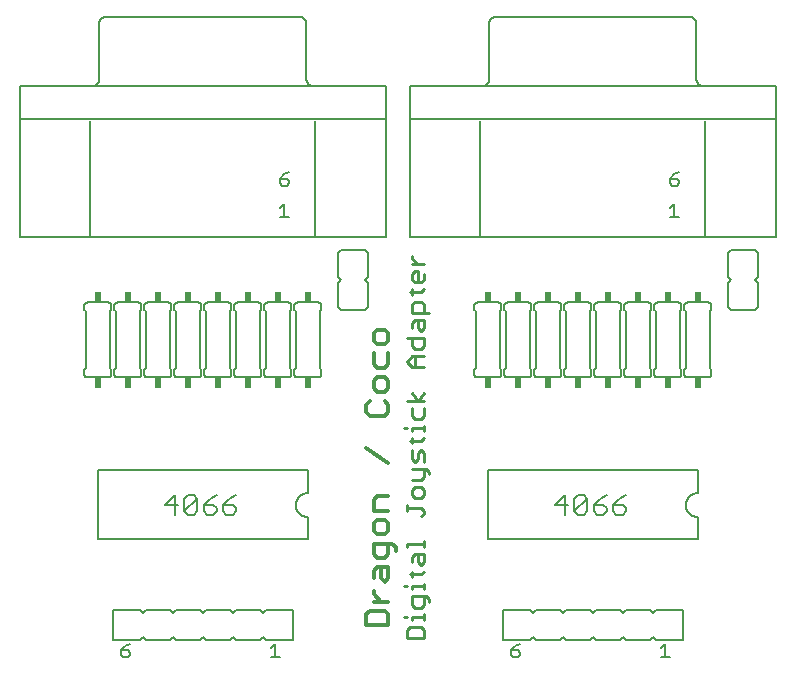
<source format=gto>
G75*
%MOIN*%
%OFA0B0*%
%FSLAX25Y25*%
%IPPOS*%
%LPD*%
%AMOC8*
5,1,8,0,0,1.08239X$1,22.5*
%
%ADD10C,0.01300*%
%ADD11C,0.01000*%
%ADD12C,0.00600*%
%ADD13R,0.02400X0.03400*%
%ADD14C,0.00500*%
D10*
X0121344Y0016638D02*
X0121344Y0020291D01*
X0122561Y0021509D01*
X0127432Y0021509D01*
X0128650Y0020291D01*
X0128650Y0016638D01*
X0121344Y0016638D01*
X0123779Y0024557D02*
X0128650Y0024557D01*
X0126215Y0024557D02*
X0123779Y0026992D01*
X0123779Y0028210D01*
X0123779Y0032373D02*
X0123779Y0034809D01*
X0124997Y0036026D01*
X0128650Y0036026D01*
X0128650Y0032373D01*
X0127432Y0031156D01*
X0126215Y0032373D01*
X0126215Y0036026D01*
X0127432Y0039074D02*
X0124997Y0039074D01*
X0123779Y0040292D01*
X0123779Y0043945D01*
X0129868Y0043945D01*
X0131085Y0042728D01*
X0131085Y0041510D01*
X0128650Y0040292D02*
X0127432Y0039074D01*
X0128650Y0040292D02*
X0128650Y0043945D01*
X0127432Y0046993D02*
X0124997Y0046993D01*
X0123779Y0048211D01*
X0123779Y0050646D01*
X0124997Y0051864D01*
X0127432Y0051864D01*
X0128650Y0050646D01*
X0128650Y0048211D01*
X0127432Y0046993D01*
X0128650Y0054912D02*
X0123779Y0054912D01*
X0123779Y0058565D01*
X0124997Y0059783D01*
X0128650Y0059783D01*
X0128650Y0070749D02*
X0121344Y0075620D01*
X0122561Y0086587D02*
X0127432Y0086587D01*
X0128650Y0087805D01*
X0128650Y0090240D01*
X0127432Y0091458D01*
X0127432Y0094506D02*
X0124997Y0094506D01*
X0123779Y0095723D01*
X0123779Y0098159D01*
X0124997Y0099377D01*
X0127432Y0099377D01*
X0128650Y0098159D01*
X0128650Y0095723D01*
X0127432Y0094506D01*
X0122561Y0091458D02*
X0121344Y0090240D01*
X0121344Y0087805D01*
X0122561Y0086587D01*
X0124997Y0102424D02*
X0123779Y0103642D01*
X0123779Y0107295D01*
X0124997Y0110343D02*
X0127432Y0110343D01*
X0128650Y0111561D01*
X0128650Y0113996D01*
X0127432Y0115214D01*
X0124997Y0115214D01*
X0123779Y0113996D01*
X0123779Y0111561D01*
X0124997Y0110343D01*
X0128650Y0107295D02*
X0128650Y0103642D01*
X0127432Y0102424D01*
X0124997Y0102424D01*
D11*
X0134795Y0104490D02*
X0136663Y0102622D01*
X0140400Y0102622D01*
X0137598Y0102622D02*
X0137598Y0106358D01*
X0136663Y0106358D02*
X0134795Y0104490D01*
X0136663Y0106358D02*
X0140400Y0106358D01*
X0139466Y0108699D02*
X0137598Y0108699D01*
X0136663Y0109633D01*
X0136663Y0112435D01*
X0134795Y0112435D02*
X0140400Y0112435D01*
X0140400Y0109633D01*
X0139466Y0108699D01*
X0139466Y0114776D02*
X0138532Y0115710D01*
X0138532Y0118512D01*
X0137598Y0118512D02*
X0140400Y0118512D01*
X0140400Y0115710D01*
X0139466Y0114776D01*
X0136663Y0115710D02*
X0136663Y0117578D01*
X0137598Y0118512D01*
X0136663Y0120853D02*
X0136663Y0123655D01*
X0137598Y0124590D01*
X0139466Y0124590D01*
X0140400Y0123655D01*
X0140400Y0120853D01*
X0142268Y0120853D02*
X0136663Y0120853D01*
X0136663Y0126930D02*
X0136663Y0128799D01*
X0135729Y0127864D02*
X0139466Y0127864D01*
X0140400Y0128799D01*
X0139466Y0130982D02*
X0137598Y0130982D01*
X0136663Y0131916D01*
X0136663Y0133784D01*
X0137598Y0134718D01*
X0138532Y0134718D01*
X0138532Y0130982D01*
X0139466Y0130982D02*
X0140400Y0131916D01*
X0140400Y0133784D01*
X0140400Y0137059D02*
X0136663Y0137059D01*
X0136663Y0138927D02*
X0136663Y0139861D01*
X0136663Y0138927D02*
X0138532Y0137059D01*
X0140400Y0094282D02*
X0138532Y0091480D01*
X0136663Y0094282D01*
X0134795Y0091480D02*
X0140400Y0091480D01*
X0140400Y0089139D02*
X0140400Y0086337D01*
X0139466Y0085403D01*
X0137598Y0085403D01*
X0136663Y0086337D01*
X0136663Y0089139D01*
X0136663Y0082286D02*
X0140400Y0082286D01*
X0140400Y0083220D02*
X0140400Y0081351D01*
X0140400Y0079168D02*
X0139466Y0078234D01*
X0135729Y0078234D01*
X0136663Y0077300D02*
X0136663Y0079168D01*
X0136663Y0081351D02*
X0136663Y0082286D01*
X0134795Y0082286D02*
X0133861Y0082286D01*
X0136663Y0074959D02*
X0136663Y0072157D01*
X0137598Y0071223D01*
X0138532Y0072157D01*
X0138532Y0074025D01*
X0139466Y0074959D01*
X0140400Y0074025D01*
X0140400Y0071223D01*
X0140400Y0068882D02*
X0140400Y0066080D01*
X0139466Y0065146D01*
X0136663Y0065146D01*
X0137598Y0062805D02*
X0136663Y0061871D01*
X0136663Y0060002D01*
X0137598Y0059068D01*
X0139466Y0059068D01*
X0140400Y0060002D01*
X0140400Y0061871D01*
X0139466Y0062805D01*
X0137598Y0062805D01*
X0142268Y0067014D02*
X0142268Y0067948D01*
X0141334Y0068882D01*
X0136663Y0068882D01*
X0134795Y0056728D02*
X0134795Y0054859D01*
X0134795Y0055794D02*
X0139466Y0055794D01*
X0140400Y0054859D01*
X0140400Y0053925D01*
X0139466Y0052991D01*
X0140400Y0044731D02*
X0140400Y0042863D01*
X0140400Y0043797D02*
X0134795Y0043797D01*
X0134795Y0042863D01*
X0137598Y0040522D02*
X0140400Y0040522D01*
X0140400Y0037719D01*
X0139466Y0036785D01*
X0138532Y0037719D01*
X0138532Y0040522D01*
X0137598Y0040522D02*
X0136663Y0039588D01*
X0136663Y0037719D01*
X0136663Y0034602D02*
X0136663Y0032734D01*
X0135729Y0033668D02*
X0139466Y0033668D01*
X0140400Y0034602D01*
X0140400Y0030551D02*
X0140400Y0028682D01*
X0140400Y0029617D02*
X0136663Y0029617D01*
X0136663Y0028682D01*
X0134795Y0029617D02*
X0133861Y0029617D01*
X0136663Y0026342D02*
X0136663Y0023539D01*
X0137598Y0022605D01*
X0139466Y0022605D01*
X0140400Y0023539D01*
X0140400Y0026342D01*
X0141334Y0026342D02*
X0136663Y0026342D01*
X0141334Y0026342D02*
X0142268Y0025408D01*
X0142268Y0024473D01*
X0140400Y0020422D02*
X0140400Y0018554D01*
X0140400Y0019488D02*
X0136663Y0019488D01*
X0136663Y0018554D01*
X0134795Y0019488D02*
X0133861Y0019488D01*
X0135729Y0016213D02*
X0134795Y0015279D01*
X0134795Y0012477D01*
X0140400Y0012477D01*
X0140400Y0015279D01*
X0139466Y0016213D01*
X0135729Y0016213D01*
D12*
X0045800Y0011800D02*
X0036800Y0011800D01*
X0036800Y0021800D01*
X0045800Y0021800D01*
X0046800Y0020800D01*
X0047800Y0021800D01*
X0055800Y0021800D01*
X0056800Y0020800D01*
X0057800Y0021800D01*
X0065800Y0021800D01*
X0066800Y0020800D01*
X0067800Y0021800D01*
X0075800Y0021800D01*
X0076800Y0020800D01*
X0077800Y0021800D01*
X0085800Y0021800D01*
X0086800Y0020800D01*
X0087800Y0021800D01*
X0096800Y0021800D01*
X0096800Y0011800D01*
X0087800Y0011800D01*
X0086800Y0012800D01*
X0085800Y0011800D01*
X0077800Y0011800D01*
X0076800Y0012800D01*
X0075800Y0011800D01*
X0067800Y0011800D01*
X0066800Y0012800D01*
X0065800Y0011800D01*
X0057800Y0011800D01*
X0056800Y0012800D01*
X0055800Y0011800D01*
X0047800Y0011800D01*
X0046800Y0012800D01*
X0045800Y0011800D01*
X0031800Y0045300D02*
X0031800Y0068300D01*
X0101800Y0068300D01*
X0101800Y0060800D01*
X0101674Y0060798D01*
X0101549Y0060792D01*
X0101424Y0060782D01*
X0101299Y0060768D01*
X0101174Y0060751D01*
X0101050Y0060729D01*
X0100927Y0060704D01*
X0100805Y0060674D01*
X0100684Y0060641D01*
X0100564Y0060604D01*
X0100445Y0060564D01*
X0100328Y0060519D01*
X0100211Y0060471D01*
X0100097Y0060419D01*
X0099984Y0060364D01*
X0099873Y0060305D01*
X0099764Y0060243D01*
X0099657Y0060177D01*
X0099552Y0060108D01*
X0099449Y0060036D01*
X0099348Y0059961D01*
X0099250Y0059882D01*
X0099155Y0059800D01*
X0099062Y0059716D01*
X0098972Y0059628D01*
X0098884Y0059538D01*
X0098800Y0059445D01*
X0098718Y0059350D01*
X0098639Y0059252D01*
X0098564Y0059151D01*
X0098492Y0059048D01*
X0098423Y0058943D01*
X0098357Y0058836D01*
X0098295Y0058727D01*
X0098236Y0058616D01*
X0098181Y0058503D01*
X0098129Y0058389D01*
X0098081Y0058272D01*
X0098036Y0058155D01*
X0097996Y0058036D01*
X0097959Y0057916D01*
X0097926Y0057795D01*
X0097896Y0057673D01*
X0097871Y0057550D01*
X0097849Y0057426D01*
X0097832Y0057301D01*
X0097818Y0057176D01*
X0097808Y0057051D01*
X0097802Y0056926D01*
X0097800Y0056800D01*
X0097802Y0056674D01*
X0097808Y0056549D01*
X0097818Y0056424D01*
X0097832Y0056299D01*
X0097849Y0056174D01*
X0097871Y0056050D01*
X0097896Y0055927D01*
X0097926Y0055805D01*
X0097959Y0055684D01*
X0097996Y0055564D01*
X0098036Y0055445D01*
X0098081Y0055328D01*
X0098129Y0055211D01*
X0098181Y0055097D01*
X0098236Y0054984D01*
X0098295Y0054873D01*
X0098357Y0054764D01*
X0098423Y0054657D01*
X0098492Y0054552D01*
X0098564Y0054449D01*
X0098639Y0054348D01*
X0098718Y0054250D01*
X0098800Y0054155D01*
X0098884Y0054062D01*
X0098972Y0053972D01*
X0099062Y0053884D01*
X0099155Y0053800D01*
X0099250Y0053718D01*
X0099348Y0053639D01*
X0099449Y0053564D01*
X0099552Y0053492D01*
X0099657Y0053423D01*
X0099764Y0053357D01*
X0099873Y0053295D01*
X0099984Y0053236D01*
X0100097Y0053181D01*
X0100211Y0053129D01*
X0100328Y0053081D01*
X0100445Y0053036D01*
X0100564Y0052996D01*
X0100684Y0052959D01*
X0100805Y0052926D01*
X0100927Y0052896D01*
X0101050Y0052871D01*
X0101174Y0052849D01*
X0101299Y0052832D01*
X0101424Y0052818D01*
X0101549Y0052808D01*
X0101674Y0052802D01*
X0101800Y0052800D01*
X0101800Y0045300D01*
X0031800Y0045300D01*
X0054209Y0056803D02*
X0058479Y0056803D01*
X0060654Y0054668D02*
X0060654Y0058938D01*
X0061722Y0060005D01*
X0063857Y0060005D01*
X0064925Y0058938D01*
X0060654Y0054668D01*
X0061722Y0053600D01*
X0063857Y0053600D01*
X0064925Y0054668D01*
X0064925Y0058938D01*
X0067100Y0056803D02*
X0070303Y0056803D01*
X0071370Y0055735D01*
X0071370Y0054668D01*
X0070303Y0053600D01*
X0068168Y0053600D01*
X0067100Y0054668D01*
X0067100Y0056803D01*
X0069235Y0058938D01*
X0071370Y0060005D01*
X0073545Y0056803D02*
X0075681Y0058938D01*
X0077816Y0060005D01*
X0076748Y0056803D02*
X0073545Y0056803D01*
X0073545Y0054668D01*
X0074613Y0053600D01*
X0076748Y0053600D01*
X0077816Y0054668D01*
X0077816Y0055735D01*
X0076748Y0056803D01*
X0057412Y0053600D02*
X0057412Y0060005D01*
X0054209Y0056803D01*
X0055300Y0099300D02*
X0048300Y0099300D01*
X0048240Y0099302D01*
X0048179Y0099307D01*
X0048120Y0099316D01*
X0048061Y0099329D01*
X0048002Y0099345D01*
X0047945Y0099365D01*
X0047890Y0099388D01*
X0047835Y0099415D01*
X0047783Y0099444D01*
X0047732Y0099477D01*
X0047683Y0099513D01*
X0047637Y0099551D01*
X0047593Y0099593D01*
X0047551Y0099637D01*
X0047513Y0099683D01*
X0047477Y0099732D01*
X0047444Y0099783D01*
X0047415Y0099835D01*
X0047388Y0099890D01*
X0047365Y0099945D01*
X0047345Y0100002D01*
X0047329Y0100061D01*
X0047316Y0100120D01*
X0047307Y0100179D01*
X0047302Y0100240D01*
X0047300Y0100300D01*
X0047300Y0101800D01*
X0047800Y0102300D01*
X0047800Y0121300D01*
X0047300Y0121800D01*
X0047300Y0123300D01*
X0046300Y0123300D02*
X0046300Y0121800D01*
X0045800Y0121300D01*
X0045800Y0102300D01*
X0046300Y0101800D01*
X0046300Y0100300D01*
X0046298Y0100240D01*
X0046293Y0100179D01*
X0046284Y0100120D01*
X0046271Y0100061D01*
X0046255Y0100002D01*
X0046235Y0099945D01*
X0046212Y0099890D01*
X0046185Y0099835D01*
X0046156Y0099783D01*
X0046123Y0099732D01*
X0046087Y0099683D01*
X0046049Y0099637D01*
X0046007Y0099593D01*
X0045963Y0099551D01*
X0045917Y0099513D01*
X0045868Y0099477D01*
X0045817Y0099444D01*
X0045765Y0099415D01*
X0045710Y0099388D01*
X0045655Y0099365D01*
X0045598Y0099345D01*
X0045539Y0099329D01*
X0045480Y0099316D01*
X0045421Y0099307D01*
X0045360Y0099302D01*
X0045300Y0099300D01*
X0038300Y0099300D01*
X0038240Y0099302D01*
X0038179Y0099307D01*
X0038120Y0099316D01*
X0038061Y0099329D01*
X0038002Y0099345D01*
X0037945Y0099365D01*
X0037890Y0099388D01*
X0037835Y0099415D01*
X0037783Y0099444D01*
X0037732Y0099477D01*
X0037683Y0099513D01*
X0037637Y0099551D01*
X0037593Y0099593D01*
X0037551Y0099637D01*
X0037513Y0099683D01*
X0037477Y0099732D01*
X0037444Y0099783D01*
X0037415Y0099835D01*
X0037388Y0099890D01*
X0037365Y0099945D01*
X0037345Y0100002D01*
X0037329Y0100061D01*
X0037316Y0100120D01*
X0037307Y0100179D01*
X0037302Y0100240D01*
X0037300Y0100300D01*
X0037300Y0101800D01*
X0037800Y0102300D01*
X0037800Y0121300D01*
X0037300Y0121800D01*
X0037300Y0123300D01*
X0037302Y0123360D01*
X0037307Y0123421D01*
X0037316Y0123480D01*
X0037329Y0123539D01*
X0037345Y0123598D01*
X0037365Y0123655D01*
X0037388Y0123710D01*
X0037415Y0123765D01*
X0037444Y0123817D01*
X0037477Y0123868D01*
X0037513Y0123917D01*
X0037551Y0123963D01*
X0037593Y0124007D01*
X0037637Y0124049D01*
X0037683Y0124087D01*
X0037732Y0124123D01*
X0037783Y0124156D01*
X0037835Y0124185D01*
X0037890Y0124212D01*
X0037945Y0124235D01*
X0038002Y0124255D01*
X0038061Y0124271D01*
X0038120Y0124284D01*
X0038179Y0124293D01*
X0038240Y0124298D01*
X0038300Y0124300D01*
X0045300Y0124300D01*
X0045360Y0124298D01*
X0045421Y0124293D01*
X0045480Y0124284D01*
X0045539Y0124271D01*
X0045598Y0124255D01*
X0045655Y0124235D01*
X0045710Y0124212D01*
X0045765Y0124185D01*
X0045817Y0124156D01*
X0045868Y0124123D01*
X0045917Y0124087D01*
X0045963Y0124049D01*
X0046007Y0124007D01*
X0046049Y0123963D01*
X0046087Y0123917D01*
X0046123Y0123868D01*
X0046156Y0123817D01*
X0046185Y0123765D01*
X0046212Y0123710D01*
X0046235Y0123655D01*
X0046255Y0123598D01*
X0046271Y0123539D01*
X0046284Y0123480D01*
X0046293Y0123421D01*
X0046298Y0123360D01*
X0046300Y0123300D01*
X0047300Y0123300D02*
X0047302Y0123360D01*
X0047307Y0123421D01*
X0047316Y0123480D01*
X0047329Y0123539D01*
X0047345Y0123598D01*
X0047365Y0123655D01*
X0047388Y0123710D01*
X0047415Y0123765D01*
X0047444Y0123817D01*
X0047477Y0123868D01*
X0047513Y0123917D01*
X0047551Y0123963D01*
X0047593Y0124007D01*
X0047637Y0124049D01*
X0047683Y0124087D01*
X0047732Y0124123D01*
X0047783Y0124156D01*
X0047835Y0124185D01*
X0047890Y0124212D01*
X0047945Y0124235D01*
X0048002Y0124255D01*
X0048061Y0124271D01*
X0048120Y0124284D01*
X0048179Y0124293D01*
X0048240Y0124298D01*
X0048300Y0124300D01*
X0055300Y0124300D01*
X0055360Y0124298D01*
X0055421Y0124293D01*
X0055480Y0124284D01*
X0055539Y0124271D01*
X0055598Y0124255D01*
X0055655Y0124235D01*
X0055710Y0124212D01*
X0055765Y0124185D01*
X0055817Y0124156D01*
X0055868Y0124123D01*
X0055917Y0124087D01*
X0055963Y0124049D01*
X0056007Y0124007D01*
X0056049Y0123963D01*
X0056087Y0123917D01*
X0056123Y0123868D01*
X0056156Y0123817D01*
X0056185Y0123765D01*
X0056212Y0123710D01*
X0056235Y0123655D01*
X0056255Y0123598D01*
X0056271Y0123539D01*
X0056284Y0123480D01*
X0056293Y0123421D01*
X0056298Y0123360D01*
X0056300Y0123300D01*
X0056300Y0121800D01*
X0055800Y0121300D01*
X0055800Y0102300D01*
X0056300Y0101800D01*
X0056300Y0100300D01*
X0057300Y0100300D02*
X0057300Y0101800D01*
X0057800Y0102300D01*
X0057800Y0121300D01*
X0057300Y0121800D01*
X0057300Y0123300D01*
X0057302Y0123360D01*
X0057307Y0123421D01*
X0057316Y0123480D01*
X0057329Y0123539D01*
X0057345Y0123598D01*
X0057365Y0123655D01*
X0057388Y0123710D01*
X0057415Y0123765D01*
X0057444Y0123817D01*
X0057477Y0123868D01*
X0057513Y0123917D01*
X0057551Y0123963D01*
X0057593Y0124007D01*
X0057637Y0124049D01*
X0057683Y0124087D01*
X0057732Y0124123D01*
X0057783Y0124156D01*
X0057835Y0124185D01*
X0057890Y0124212D01*
X0057945Y0124235D01*
X0058002Y0124255D01*
X0058061Y0124271D01*
X0058120Y0124284D01*
X0058179Y0124293D01*
X0058240Y0124298D01*
X0058300Y0124300D01*
X0065300Y0124300D01*
X0065360Y0124298D01*
X0065421Y0124293D01*
X0065480Y0124284D01*
X0065539Y0124271D01*
X0065598Y0124255D01*
X0065655Y0124235D01*
X0065710Y0124212D01*
X0065765Y0124185D01*
X0065817Y0124156D01*
X0065868Y0124123D01*
X0065917Y0124087D01*
X0065963Y0124049D01*
X0066007Y0124007D01*
X0066049Y0123963D01*
X0066087Y0123917D01*
X0066123Y0123868D01*
X0066156Y0123817D01*
X0066185Y0123765D01*
X0066212Y0123710D01*
X0066235Y0123655D01*
X0066255Y0123598D01*
X0066271Y0123539D01*
X0066284Y0123480D01*
X0066293Y0123421D01*
X0066298Y0123360D01*
X0066300Y0123300D01*
X0066300Y0121800D01*
X0065800Y0121300D01*
X0065800Y0102300D01*
X0066300Y0101800D01*
X0066300Y0100300D01*
X0067300Y0100300D02*
X0067300Y0101800D01*
X0067800Y0102300D01*
X0067800Y0121300D01*
X0067300Y0121800D01*
X0067300Y0123300D01*
X0067302Y0123360D01*
X0067307Y0123421D01*
X0067316Y0123480D01*
X0067329Y0123539D01*
X0067345Y0123598D01*
X0067365Y0123655D01*
X0067388Y0123710D01*
X0067415Y0123765D01*
X0067444Y0123817D01*
X0067477Y0123868D01*
X0067513Y0123917D01*
X0067551Y0123963D01*
X0067593Y0124007D01*
X0067637Y0124049D01*
X0067683Y0124087D01*
X0067732Y0124123D01*
X0067783Y0124156D01*
X0067835Y0124185D01*
X0067890Y0124212D01*
X0067945Y0124235D01*
X0068002Y0124255D01*
X0068061Y0124271D01*
X0068120Y0124284D01*
X0068179Y0124293D01*
X0068240Y0124298D01*
X0068300Y0124300D01*
X0075300Y0124300D01*
X0075360Y0124298D01*
X0075421Y0124293D01*
X0075480Y0124284D01*
X0075539Y0124271D01*
X0075598Y0124255D01*
X0075655Y0124235D01*
X0075710Y0124212D01*
X0075765Y0124185D01*
X0075817Y0124156D01*
X0075868Y0124123D01*
X0075917Y0124087D01*
X0075963Y0124049D01*
X0076007Y0124007D01*
X0076049Y0123963D01*
X0076087Y0123917D01*
X0076123Y0123868D01*
X0076156Y0123817D01*
X0076185Y0123765D01*
X0076212Y0123710D01*
X0076235Y0123655D01*
X0076255Y0123598D01*
X0076271Y0123539D01*
X0076284Y0123480D01*
X0076293Y0123421D01*
X0076298Y0123360D01*
X0076300Y0123300D01*
X0076300Y0121800D01*
X0075800Y0121300D01*
X0075800Y0102300D01*
X0076300Y0101800D01*
X0076300Y0100300D01*
X0076298Y0100240D01*
X0076293Y0100179D01*
X0076284Y0100120D01*
X0076271Y0100061D01*
X0076255Y0100002D01*
X0076235Y0099945D01*
X0076212Y0099890D01*
X0076185Y0099835D01*
X0076156Y0099783D01*
X0076123Y0099732D01*
X0076087Y0099683D01*
X0076049Y0099637D01*
X0076007Y0099593D01*
X0075963Y0099551D01*
X0075917Y0099513D01*
X0075868Y0099477D01*
X0075817Y0099444D01*
X0075765Y0099415D01*
X0075710Y0099388D01*
X0075655Y0099365D01*
X0075598Y0099345D01*
X0075539Y0099329D01*
X0075480Y0099316D01*
X0075421Y0099307D01*
X0075360Y0099302D01*
X0075300Y0099300D01*
X0068300Y0099300D01*
X0068240Y0099302D01*
X0068179Y0099307D01*
X0068120Y0099316D01*
X0068061Y0099329D01*
X0068002Y0099345D01*
X0067945Y0099365D01*
X0067890Y0099388D01*
X0067835Y0099415D01*
X0067783Y0099444D01*
X0067732Y0099477D01*
X0067683Y0099513D01*
X0067637Y0099551D01*
X0067593Y0099593D01*
X0067551Y0099637D01*
X0067513Y0099683D01*
X0067477Y0099732D01*
X0067444Y0099783D01*
X0067415Y0099835D01*
X0067388Y0099890D01*
X0067365Y0099945D01*
X0067345Y0100002D01*
X0067329Y0100061D01*
X0067316Y0100120D01*
X0067307Y0100179D01*
X0067302Y0100240D01*
X0067300Y0100300D01*
X0066300Y0100300D02*
X0066298Y0100240D01*
X0066293Y0100179D01*
X0066284Y0100120D01*
X0066271Y0100061D01*
X0066255Y0100002D01*
X0066235Y0099945D01*
X0066212Y0099890D01*
X0066185Y0099835D01*
X0066156Y0099783D01*
X0066123Y0099732D01*
X0066087Y0099683D01*
X0066049Y0099637D01*
X0066007Y0099593D01*
X0065963Y0099551D01*
X0065917Y0099513D01*
X0065868Y0099477D01*
X0065817Y0099444D01*
X0065765Y0099415D01*
X0065710Y0099388D01*
X0065655Y0099365D01*
X0065598Y0099345D01*
X0065539Y0099329D01*
X0065480Y0099316D01*
X0065421Y0099307D01*
X0065360Y0099302D01*
X0065300Y0099300D01*
X0058300Y0099300D01*
X0058240Y0099302D01*
X0058179Y0099307D01*
X0058120Y0099316D01*
X0058061Y0099329D01*
X0058002Y0099345D01*
X0057945Y0099365D01*
X0057890Y0099388D01*
X0057835Y0099415D01*
X0057783Y0099444D01*
X0057732Y0099477D01*
X0057683Y0099513D01*
X0057637Y0099551D01*
X0057593Y0099593D01*
X0057551Y0099637D01*
X0057513Y0099683D01*
X0057477Y0099732D01*
X0057444Y0099783D01*
X0057415Y0099835D01*
X0057388Y0099890D01*
X0057365Y0099945D01*
X0057345Y0100002D01*
X0057329Y0100061D01*
X0057316Y0100120D01*
X0057307Y0100179D01*
X0057302Y0100240D01*
X0057300Y0100300D01*
X0056300Y0100300D02*
X0056298Y0100240D01*
X0056293Y0100179D01*
X0056284Y0100120D01*
X0056271Y0100061D01*
X0056255Y0100002D01*
X0056235Y0099945D01*
X0056212Y0099890D01*
X0056185Y0099835D01*
X0056156Y0099783D01*
X0056123Y0099732D01*
X0056087Y0099683D01*
X0056049Y0099637D01*
X0056007Y0099593D01*
X0055963Y0099551D01*
X0055917Y0099513D01*
X0055868Y0099477D01*
X0055817Y0099444D01*
X0055765Y0099415D01*
X0055710Y0099388D01*
X0055655Y0099365D01*
X0055598Y0099345D01*
X0055539Y0099329D01*
X0055480Y0099316D01*
X0055421Y0099307D01*
X0055360Y0099302D01*
X0055300Y0099300D01*
X0036300Y0100300D02*
X0036300Y0101800D01*
X0035800Y0102300D01*
X0035800Y0121300D01*
X0036300Y0121800D01*
X0036300Y0123300D01*
X0036298Y0123360D01*
X0036293Y0123421D01*
X0036284Y0123480D01*
X0036271Y0123539D01*
X0036255Y0123598D01*
X0036235Y0123655D01*
X0036212Y0123710D01*
X0036185Y0123765D01*
X0036156Y0123817D01*
X0036123Y0123868D01*
X0036087Y0123917D01*
X0036049Y0123963D01*
X0036007Y0124007D01*
X0035963Y0124049D01*
X0035917Y0124087D01*
X0035868Y0124123D01*
X0035817Y0124156D01*
X0035765Y0124185D01*
X0035710Y0124212D01*
X0035655Y0124235D01*
X0035598Y0124255D01*
X0035539Y0124271D01*
X0035480Y0124284D01*
X0035421Y0124293D01*
X0035360Y0124298D01*
X0035300Y0124300D01*
X0028300Y0124300D01*
X0028240Y0124298D01*
X0028179Y0124293D01*
X0028120Y0124284D01*
X0028061Y0124271D01*
X0028002Y0124255D01*
X0027945Y0124235D01*
X0027890Y0124212D01*
X0027835Y0124185D01*
X0027783Y0124156D01*
X0027732Y0124123D01*
X0027683Y0124087D01*
X0027637Y0124049D01*
X0027593Y0124007D01*
X0027551Y0123963D01*
X0027513Y0123917D01*
X0027477Y0123868D01*
X0027444Y0123817D01*
X0027415Y0123765D01*
X0027388Y0123710D01*
X0027365Y0123655D01*
X0027345Y0123598D01*
X0027329Y0123539D01*
X0027316Y0123480D01*
X0027307Y0123421D01*
X0027302Y0123360D01*
X0027300Y0123300D01*
X0027300Y0121800D01*
X0027800Y0121300D01*
X0027800Y0102300D01*
X0027300Y0101800D01*
X0027300Y0100300D01*
X0027302Y0100240D01*
X0027307Y0100179D01*
X0027316Y0100120D01*
X0027329Y0100061D01*
X0027345Y0100002D01*
X0027365Y0099945D01*
X0027388Y0099890D01*
X0027415Y0099835D01*
X0027444Y0099783D01*
X0027477Y0099732D01*
X0027513Y0099683D01*
X0027551Y0099637D01*
X0027593Y0099593D01*
X0027637Y0099551D01*
X0027683Y0099513D01*
X0027732Y0099477D01*
X0027783Y0099444D01*
X0027835Y0099415D01*
X0027890Y0099388D01*
X0027945Y0099365D01*
X0028002Y0099345D01*
X0028061Y0099329D01*
X0028120Y0099316D01*
X0028179Y0099307D01*
X0028240Y0099302D01*
X0028300Y0099300D01*
X0035300Y0099300D01*
X0035360Y0099302D01*
X0035421Y0099307D01*
X0035480Y0099316D01*
X0035539Y0099329D01*
X0035598Y0099345D01*
X0035655Y0099365D01*
X0035710Y0099388D01*
X0035765Y0099415D01*
X0035817Y0099444D01*
X0035868Y0099477D01*
X0035917Y0099513D01*
X0035963Y0099551D01*
X0036007Y0099593D01*
X0036049Y0099637D01*
X0036087Y0099683D01*
X0036123Y0099732D01*
X0036156Y0099783D01*
X0036185Y0099835D01*
X0036212Y0099890D01*
X0036235Y0099945D01*
X0036255Y0100002D01*
X0036271Y0100061D01*
X0036284Y0100120D01*
X0036293Y0100179D01*
X0036298Y0100240D01*
X0036300Y0100300D01*
X0077300Y0100300D02*
X0077300Y0101800D01*
X0077800Y0102300D01*
X0077800Y0121300D01*
X0077300Y0121800D01*
X0077300Y0123300D01*
X0077302Y0123360D01*
X0077307Y0123421D01*
X0077316Y0123480D01*
X0077329Y0123539D01*
X0077345Y0123598D01*
X0077365Y0123655D01*
X0077388Y0123710D01*
X0077415Y0123765D01*
X0077444Y0123817D01*
X0077477Y0123868D01*
X0077513Y0123917D01*
X0077551Y0123963D01*
X0077593Y0124007D01*
X0077637Y0124049D01*
X0077683Y0124087D01*
X0077732Y0124123D01*
X0077783Y0124156D01*
X0077835Y0124185D01*
X0077890Y0124212D01*
X0077945Y0124235D01*
X0078002Y0124255D01*
X0078061Y0124271D01*
X0078120Y0124284D01*
X0078179Y0124293D01*
X0078240Y0124298D01*
X0078300Y0124300D01*
X0085300Y0124300D01*
X0085360Y0124298D01*
X0085421Y0124293D01*
X0085480Y0124284D01*
X0085539Y0124271D01*
X0085598Y0124255D01*
X0085655Y0124235D01*
X0085710Y0124212D01*
X0085765Y0124185D01*
X0085817Y0124156D01*
X0085868Y0124123D01*
X0085917Y0124087D01*
X0085963Y0124049D01*
X0086007Y0124007D01*
X0086049Y0123963D01*
X0086087Y0123917D01*
X0086123Y0123868D01*
X0086156Y0123817D01*
X0086185Y0123765D01*
X0086212Y0123710D01*
X0086235Y0123655D01*
X0086255Y0123598D01*
X0086271Y0123539D01*
X0086284Y0123480D01*
X0086293Y0123421D01*
X0086298Y0123360D01*
X0086300Y0123300D01*
X0086300Y0121800D01*
X0085800Y0121300D01*
X0085800Y0102300D01*
X0086300Y0101800D01*
X0086300Y0100300D01*
X0086298Y0100240D01*
X0086293Y0100179D01*
X0086284Y0100120D01*
X0086271Y0100061D01*
X0086255Y0100002D01*
X0086235Y0099945D01*
X0086212Y0099890D01*
X0086185Y0099835D01*
X0086156Y0099783D01*
X0086123Y0099732D01*
X0086087Y0099683D01*
X0086049Y0099637D01*
X0086007Y0099593D01*
X0085963Y0099551D01*
X0085917Y0099513D01*
X0085868Y0099477D01*
X0085817Y0099444D01*
X0085765Y0099415D01*
X0085710Y0099388D01*
X0085655Y0099365D01*
X0085598Y0099345D01*
X0085539Y0099329D01*
X0085480Y0099316D01*
X0085421Y0099307D01*
X0085360Y0099302D01*
X0085300Y0099300D01*
X0078300Y0099300D01*
X0078240Y0099302D01*
X0078179Y0099307D01*
X0078120Y0099316D01*
X0078061Y0099329D01*
X0078002Y0099345D01*
X0077945Y0099365D01*
X0077890Y0099388D01*
X0077835Y0099415D01*
X0077783Y0099444D01*
X0077732Y0099477D01*
X0077683Y0099513D01*
X0077637Y0099551D01*
X0077593Y0099593D01*
X0077551Y0099637D01*
X0077513Y0099683D01*
X0077477Y0099732D01*
X0077444Y0099783D01*
X0077415Y0099835D01*
X0077388Y0099890D01*
X0077365Y0099945D01*
X0077345Y0100002D01*
X0077329Y0100061D01*
X0077316Y0100120D01*
X0077307Y0100179D01*
X0077302Y0100240D01*
X0077300Y0100300D01*
X0087300Y0100300D02*
X0087300Y0101800D01*
X0087800Y0102300D01*
X0087800Y0121300D01*
X0087300Y0121800D01*
X0087300Y0123300D01*
X0087302Y0123360D01*
X0087307Y0123421D01*
X0087316Y0123480D01*
X0087329Y0123539D01*
X0087345Y0123598D01*
X0087365Y0123655D01*
X0087388Y0123710D01*
X0087415Y0123765D01*
X0087444Y0123817D01*
X0087477Y0123868D01*
X0087513Y0123917D01*
X0087551Y0123963D01*
X0087593Y0124007D01*
X0087637Y0124049D01*
X0087683Y0124087D01*
X0087732Y0124123D01*
X0087783Y0124156D01*
X0087835Y0124185D01*
X0087890Y0124212D01*
X0087945Y0124235D01*
X0088002Y0124255D01*
X0088061Y0124271D01*
X0088120Y0124284D01*
X0088179Y0124293D01*
X0088240Y0124298D01*
X0088300Y0124300D01*
X0095300Y0124300D01*
X0095360Y0124298D01*
X0095421Y0124293D01*
X0095480Y0124284D01*
X0095539Y0124271D01*
X0095598Y0124255D01*
X0095655Y0124235D01*
X0095710Y0124212D01*
X0095765Y0124185D01*
X0095817Y0124156D01*
X0095868Y0124123D01*
X0095917Y0124087D01*
X0095963Y0124049D01*
X0096007Y0124007D01*
X0096049Y0123963D01*
X0096087Y0123917D01*
X0096123Y0123868D01*
X0096156Y0123817D01*
X0096185Y0123765D01*
X0096212Y0123710D01*
X0096235Y0123655D01*
X0096255Y0123598D01*
X0096271Y0123539D01*
X0096284Y0123480D01*
X0096293Y0123421D01*
X0096298Y0123360D01*
X0096300Y0123300D01*
X0096300Y0121800D01*
X0095800Y0121300D01*
X0095800Y0102300D01*
X0096300Y0101800D01*
X0096300Y0100300D01*
X0096298Y0100240D01*
X0096293Y0100179D01*
X0096284Y0100120D01*
X0096271Y0100061D01*
X0096255Y0100002D01*
X0096235Y0099945D01*
X0096212Y0099890D01*
X0096185Y0099835D01*
X0096156Y0099783D01*
X0096123Y0099732D01*
X0096087Y0099683D01*
X0096049Y0099637D01*
X0096007Y0099593D01*
X0095963Y0099551D01*
X0095917Y0099513D01*
X0095868Y0099477D01*
X0095817Y0099444D01*
X0095765Y0099415D01*
X0095710Y0099388D01*
X0095655Y0099365D01*
X0095598Y0099345D01*
X0095539Y0099329D01*
X0095480Y0099316D01*
X0095421Y0099307D01*
X0095360Y0099302D01*
X0095300Y0099300D01*
X0088300Y0099300D01*
X0088240Y0099302D01*
X0088179Y0099307D01*
X0088120Y0099316D01*
X0088061Y0099329D01*
X0088002Y0099345D01*
X0087945Y0099365D01*
X0087890Y0099388D01*
X0087835Y0099415D01*
X0087783Y0099444D01*
X0087732Y0099477D01*
X0087683Y0099513D01*
X0087637Y0099551D01*
X0087593Y0099593D01*
X0087551Y0099637D01*
X0087513Y0099683D01*
X0087477Y0099732D01*
X0087444Y0099783D01*
X0087415Y0099835D01*
X0087388Y0099890D01*
X0087365Y0099945D01*
X0087345Y0100002D01*
X0087329Y0100061D01*
X0087316Y0100120D01*
X0087307Y0100179D01*
X0087302Y0100240D01*
X0087300Y0100300D01*
X0097300Y0100300D02*
X0097300Y0101800D01*
X0097800Y0102300D01*
X0097800Y0121300D01*
X0097300Y0121800D01*
X0097300Y0123300D01*
X0097302Y0123360D01*
X0097307Y0123421D01*
X0097316Y0123480D01*
X0097329Y0123539D01*
X0097345Y0123598D01*
X0097365Y0123655D01*
X0097388Y0123710D01*
X0097415Y0123765D01*
X0097444Y0123817D01*
X0097477Y0123868D01*
X0097513Y0123917D01*
X0097551Y0123963D01*
X0097593Y0124007D01*
X0097637Y0124049D01*
X0097683Y0124087D01*
X0097732Y0124123D01*
X0097783Y0124156D01*
X0097835Y0124185D01*
X0097890Y0124212D01*
X0097945Y0124235D01*
X0098002Y0124255D01*
X0098061Y0124271D01*
X0098120Y0124284D01*
X0098179Y0124293D01*
X0098240Y0124298D01*
X0098300Y0124300D01*
X0105300Y0124300D01*
X0105360Y0124298D01*
X0105421Y0124293D01*
X0105480Y0124284D01*
X0105539Y0124271D01*
X0105598Y0124255D01*
X0105655Y0124235D01*
X0105710Y0124212D01*
X0105765Y0124185D01*
X0105817Y0124156D01*
X0105868Y0124123D01*
X0105917Y0124087D01*
X0105963Y0124049D01*
X0106007Y0124007D01*
X0106049Y0123963D01*
X0106087Y0123917D01*
X0106123Y0123868D01*
X0106156Y0123817D01*
X0106185Y0123765D01*
X0106212Y0123710D01*
X0106235Y0123655D01*
X0106255Y0123598D01*
X0106271Y0123539D01*
X0106284Y0123480D01*
X0106293Y0123421D01*
X0106298Y0123360D01*
X0106300Y0123300D01*
X0106300Y0121800D01*
X0105800Y0121300D01*
X0105800Y0102300D01*
X0106300Y0101800D01*
X0106300Y0100300D01*
X0106298Y0100240D01*
X0106293Y0100179D01*
X0106284Y0100120D01*
X0106271Y0100061D01*
X0106255Y0100002D01*
X0106235Y0099945D01*
X0106212Y0099890D01*
X0106185Y0099835D01*
X0106156Y0099783D01*
X0106123Y0099732D01*
X0106087Y0099683D01*
X0106049Y0099637D01*
X0106007Y0099593D01*
X0105963Y0099551D01*
X0105917Y0099513D01*
X0105868Y0099477D01*
X0105817Y0099444D01*
X0105765Y0099415D01*
X0105710Y0099388D01*
X0105655Y0099365D01*
X0105598Y0099345D01*
X0105539Y0099329D01*
X0105480Y0099316D01*
X0105421Y0099307D01*
X0105360Y0099302D01*
X0105300Y0099300D01*
X0098300Y0099300D01*
X0098240Y0099302D01*
X0098179Y0099307D01*
X0098120Y0099316D01*
X0098061Y0099329D01*
X0098002Y0099345D01*
X0097945Y0099365D01*
X0097890Y0099388D01*
X0097835Y0099415D01*
X0097783Y0099444D01*
X0097732Y0099477D01*
X0097683Y0099513D01*
X0097637Y0099551D01*
X0097593Y0099593D01*
X0097551Y0099637D01*
X0097513Y0099683D01*
X0097477Y0099732D01*
X0097444Y0099783D01*
X0097415Y0099835D01*
X0097388Y0099890D01*
X0097365Y0099945D01*
X0097345Y0100002D01*
X0097329Y0100061D01*
X0097316Y0100120D01*
X0097307Y0100179D01*
X0097302Y0100240D01*
X0097300Y0100300D01*
X0112800Y0121800D02*
X0120800Y0121800D01*
X0121800Y0122800D01*
X0121800Y0130800D01*
X0120800Y0131800D01*
X0121800Y0132800D01*
X0121800Y0140800D01*
X0120800Y0141800D01*
X0112800Y0141800D01*
X0111800Y0140800D01*
X0111800Y0132800D01*
X0112800Y0131800D01*
X0111800Y0130800D01*
X0111800Y0122800D01*
X0112800Y0121800D01*
X0104300Y0146111D02*
X0104300Y0184666D01*
X0103800Y0196442D02*
X0103702Y0196444D01*
X0103604Y0196450D01*
X0103506Y0196459D01*
X0103409Y0196473D01*
X0103312Y0196490D01*
X0103216Y0196511D01*
X0103121Y0196536D01*
X0103027Y0196564D01*
X0102935Y0196597D01*
X0102843Y0196632D01*
X0102753Y0196672D01*
X0102665Y0196714D01*
X0102578Y0196761D01*
X0102494Y0196810D01*
X0102411Y0196863D01*
X0102331Y0196919D01*
X0102252Y0196979D01*
X0102176Y0197041D01*
X0102103Y0197106D01*
X0102032Y0197174D01*
X0101964Y0197245D01*
X0101899Y0197318D01*
X0101837Y0197394D01*
X0101777Y0197473D01*
X0101721Y0197553D01*
X0101668Y0197636D01*
X0101619Y0197720D01*
X0101572Y0197807D01*
X0101530Y0197895D01*
X0101490Y0197985D01*
X0101455Y0198077D01*
X0101422Y0198169D01*
X0101394Y0198263D01*
X0101369Y0198358D01*
X0101348Y0198454D01*
X0101331Y0198551D01*
X0101317Y0198648D01*
X0101308Y0198746D01*
X0101302Y0198844D01*
X0101300Y0198942D01*
X0101300Y0217442D01*
X0101298Y0217529D01*
X0101292Y0217616D01*
X0101283Y0217703D01*
X0101270Y0217789D01*
X0101253Y0217875D01*
X0101232Y0217960D01*
X0101207Y0218043D01*
X0101179Y0218126D01*
X0101148Y0218207D01*
X0101113Y0218287D01*
X0101074Y0218365D01*
X0101032Y0218442D01*
X0100987Y0218517D01*
X0100938Y0218589D01*
X0100887Y0218660D01*
X0100832Y0218728D01*
X0100775Y0218793D01*
X0100714Y0218856D01*
X0100651Y0218917D01*
X0100586Y0218974D01*
X0100518Y0219029D01*
X0100447Y0219080D01*
X0100375Y0219129D01*
X0100300Y0219174D01*
X0100223Y0219216D01*
X0100145Y0219255D01*
X0100065Y0219290D01*
X0099984Y0219321D01*
X0099901Y0219349D01*
X0099818Y0219374D01*
X0099733Y0219395D01*
X0099647Y0219412D01*
X0099561Y0219425D01*
X0099474Y0219434D01*
X0099387Y0219440D01*
X0099300Y0219442D01*
X0034300Y0219442D01*
X0034213Y0219440D01*
X0034126Y0219434D01*
X0034039Y0219425D01*
X0033953Y0219412D01*
X0033867Y0219395D01*
X0033782Y0219374D01*
X0033699Y0219349D01*
X0033616Y0219321D01*
X0033535Y0219290D01*
X0033455Y0219255D01*
X0033377Y0219216D01*
X0033300Y0219174D01*
X0033225Y0219129D01*
X0033153Y0219080D01*
X0033082Y0219029D01*
X0033014Y0218974D01*
X0032949Y0218917D01*
X0032886Y0218856D01*
X0032825Y0218793D01*
X0032768Y0218728D01*
X0032713Y0218660D01*
X0032662Y0218589D01*
X0032613Y0218517D01*
X0032568Y0218442D01*
X0032526Y0218365D01*
X0032487Y0218287D01*
X0032452Y0218207D01*
X0032421Y0218126D01*
X0032393Y0218043D01*
X0032368Y0217960D01*
X0032347Y0217875D01*
X0032330Y0217789D01*
X0032317Y0217703D01*
X0032308Y0217616D01*
X0032302Y0217529D01*
X0032300Y0217442D01*
X0032300Y0198942D01*
X0032298Y0198844D01*
X0032292Y0198746D01*
X0032283Y0198648D01*
X0032269Y0198551D01*
X0032252Y0198454D01*
X0032231Y0198358D01*
X0032206Y0198263D01*
X0032178Y0198169D01*
X0032145Y0198077D01*
X0032110Y0197985D01*
X0032070Y0197895D01*
X0032028Y0197807D01*
X0031981Y0197720D01*
X0031932Y0197636D01*
X0031879Y0197553D01*
X0031823Y0197473D01*
X0031763Y0197394D01*
X0031701Y0197318D01*
X0031636Y0197245D01*
X0031568Y0197174D01*
X0031497Y0197106D01*
X0031424Y0197041D01*
X0031348Y0196979D01*
X0031269Y0196919D01*
X0031189Y0196863D01*
X0031106Y0196810D01*
X0031022Y0196761D01*
X0030935Y0196714D01*
X0030847Y0196672D01*
X0030757Y0196632D01*
X0030665Y0196597D01*
X0030573Y0196564D01*
X0030479Y0196536D01*
X0030384Y0196511D01*
X0030288Y0196490D01*
X0030191Y0196473D01*
X0030094Y0196459D01*
X0029996Y0196450D01*
X0029898Y0196444D01*
X0029800Y0196442D01*
X0029300Y0184666D02*
X0029300Y0146111D01*
X0005800Y0146111D02*
X0005800Y0185442D01*
X0127800Y0185442D01*
X0135800Y0185442D02*
X0257800Y0185442D01*
X0257800Y0196442D02*
X0135800Y0196442D01*
X0135800Y0185442D01*
X0135800Y0146111D01*
X0135800Y0146042D02*
X0257800Y0146042D01*
X0257800Y0146111D02*
X0257800Y0196442D01*
X0233800Y0196442D02*
X0233702Y0196444D01*
X0233604Y0196450D01*
X0233506Y0196459D01*
X0233409Y0196473D01*
X0233312Y0196490D01*
X0233216Y0196511D01*
X0233121Y0196536D01*
X0233027Y0196564D01*
X0232935Y0196597D01*
X0232843Y0196632D01*
X0232753Y0196672D01*
X0232665Y0196714D01*
X0232578Y0196761D01*
X0232494Y0196810D01*
X0232411Y0196863D01*
X0232331Y0196919D01*
X0232252Y0196979D01*
X0232176Y0197041D01*
X0232103Y0197106D01*
X0232032Y0197174D01*
X0231964Y0197245D01*
X0231899Y0197318D01*
X0231837Y0197394D01*
X0231777Y0197473D01*
X0231721Y0197553D01*
X0231668Y0197636D01*
X0231619Y0197720D01*
X0231572Y0197807D01*
X0231530Y0197895D01*
X0231490Y0197985D01*
X0231455Y0198077D01*
X0231422Y0198169D01*
X0231394Y0198263D01*
X0231369Y0198358D01*
X0231348Y0198454D01*
X0231331Y0198551D01*
X0231317Y0198648D01*
X0231308Y0198746D01*
X0231302Y0198844D01*
X0231300Y0198942D01*
X0231300Y0217442D01*
X0231298Y0217529D01*
X0231292Y0217616D01*
X0231283Y0217703D01*
X0231270Y0217789D01*
X0231253Y0217875D01*
X0231232Y0217960D01*
X0231207Y0218043D01*
X0231179Y0218126D01*
X0231148Y0218207D01*
X0231113Y0218287D01*
X0231074Y0218365D01*
X0231032Y0218442D01*
X0230987Y0218517D01*
X0230938Y0218589D01*
X0230887Y0218660D01*
X0230832Y0218728D01*
X0230775Y0218793D01*
X0230714Y0218856D01*
X0230651Y0218917D01*
X0230586Y0218974D01*
X0230518Y0219029D01*
X0230447Y0219080D01*
X0230375Y0219129D01*
X0230300Y0219174D01*
X0230223Y0219216D01*
X0230145Y0219255D01*
X0230065Y0219290D01*
X0229984Y0219321D01*
X0229901Y0219349D01*
X0229818Y0219374D01*
X0229733Y0219395D01*
X0229647Y0219412D01*
X0229561Y0219425D01*
X0229474Y0219434D01*
X0229387Y0219440D01*
X0229300Y0219442D01*
X0164300Y0219442D01*
X0164213Y0219440D01*
X0164126Y0219434D01*
X0164039Y0219425D01*
X0163953Y0219412D01*
X0163867Y0219395D01*
X0163782Y0219374D01*
X0163699Y0219349D01*
X0163616Y0219321D01*
X0163535Y0219290D01*
X0163455Y0219255D01*
X0163377Y0219216D01*
X0163300Y0219174D01*
X0163225Y0219129D01*
X0163153Y0219080D01*
X0163082Y0219029D01*
X0163014Y0218974D01*
X0162949Y0218917D01*
X0162886Y0218856D01*
X0162825Y0218793D01*
X0162768Y0218728D01*
X0162713Y0218660D01*
X0162662Y0218589D01*
X0162613Y0218517D01*
X0162568Y0218442D01*
X0162526Y0218365D01*
X0162487Y0218287D01*
X0162452Y0218207D01*
X0162421Y0218126D01*
X0162393Y0218043D01*
X0162368Y0217960D01*
X0162347Y0217875D01*
X0162330Y0217789D01*
X0162317Y0217703D01*
X0162308Y0217616D01*
X0162302Y0217529D01*
X0162300Y0217442D01*
X0162300Y0198942D01*
X0162298Y0198844D01*
X0162292Y0198746D01*
X0162283Y0198648D01*
X0162269Y0198551D01*
X0162252Y0198454D01*
X0162231Y0198358D01*
X0162206Y0198263D01*
X0162178Y0198169D01*
X0162145Y0198077D01*
X0162110Y0197985D01*
X0162070Y0197895D01*
X0162028Y0197807D01*
X0161981Y0197720D01*
X0161932Y0197636D01*
X0161879Y0197553D01*
X0161823Y0197473D01*
X0161763Y0197394D01*
X0161701Y0197318D01*
X0161636Y0197245D01*
X0161568Y0197174D01*
X0161497Y0197106D01*
X0161424Y0197041D01*
X0161348Y0196979D01*
X0161269Y0196919D01*
X0161189Y0196863D01*
X0161106Y0196810D01*
X0161022Y0196761D01*
X0160935Y0196714D01*
X0160847Y0196672D01*
X0160757Y0196632D01*
X0160665Y0196597D01*
X0160573Y0196564D01*
X0160479Y0196536D01*
X0160384Y0196511D01*
X0160288Y0196490D01*
X0160191Y0196473D01*
X0160094Y0196459D01*
X0159996Y0196450D01*
X0159898Y0196444D01*
X0159800Y0196442D01*
X0159300Y0184666D02*
X0159300Y0146111D01*
X0158300Y0124300D02*
X0165300Y0124300D01*
X0165360Y0124298D01*
X0165421Y0124293D01*
X0165480Y0124284D01*
X0165539Y0124271D01*
X0165598Y0124255D01*
X0165655Y0124235D01*
X0165710Y0124212D01*
X0165765Y0124185D01*
X0165817Y0124156D01*
X0165868Y0124123D01*
X0165917Y0124087D01*
X0165963Y0124049D01*
X0166007Y0124007D01*
X0166049Y0123963D01*
X0166087Y0123917D01*
X0166123Y0123868D01*
X0166156Y0123817D01*
X0166185Y0123765D01*
X0166212Y0123710D01*
X0166235Y0123655D01*
X0166255Y0123598D01*
X0166271Y0123539D01*
X0166284Y0123480D01*
X0166293Y0123421D01*
X0166298Y0123360D01*
X0166300Y0123300D01*
X0166300Y0121800D01*
X0165800Y0121300D01*
X0165800Y0102300D01*
X0166300Y0101800D01*
X0166300Y0100300D01*
X0167300Y0100300D02*
X0167300Y0101800D01*
X0167800Y0102300D01*
X0167800Y0121300D01*
X0167300Y0121800D01*
X0167300Y0123300D01*
X0167302Y0123360D01*
X0167307Y0123421D01*
X0167316Y0123480D01*
X0167329Y0123539D01*
X0167345Y0123598D01*
X0167365Y0123655D01*
X0167388Y0123710D01*
X0167415Y0123765D01*
X0167444Y0123817D01*
X0167477Y0123868D01*
X0167513Y0123917D01*
X0167551Y0123963D01*
X0167593Y0124007D01*
X0167637Y0124049D01*
X0167683Y0124087D01*
X0167732Y0124123D01*
X0167783Y0124156D01*
X0167835Y0124185D01*
X0167890Y0124212D01*
X0167945Y0124235D01*
X0168002Y0124255D01*
X0168061Y0124271D01*
X0168120Y0124284D01*
X0168179Y0124293D01*
X0168240Y0124298D01*
X0168300Y0124300D01*
X0175300Y0124300D01*
X0175360Y0124298D01*
X0175421Y0124293D01*
X0175480Y0124284D01*
X0175539Y0124271D01*
X0175598Y0124255D01*
X0175655Y0124235D01*
X0175710Y0124212D01*
X0175765Y0124185D01*
X0175817Y0124156D01*
X0175868Y0124123D01*
X0175917Y0124087D01*
X0175963Y0124049D01*
X0176007Y0124007D01*
X0176049Y0123963D01*
X0176087Y0123917D01*
X0176123Y0123868D01*
X0176156Y0123817D01*
X0176185Y0123765D01*
X0176212Y0123710D01*
X0176235Y0123655D01*
X0176255Y0123598D01*
X0176271Y0123539D01*
X0176284Y0123480D01*
X0176293Y0123421D01*
X0176298Y0123360D01*
X0176300Y0123300D01*
X0176300Y0121800D01*
X0175800Y0121300D01*
X0175800Y0102300D01*
X0176300Y0101800D01*
X0176300Y0100300D01*
X0176298Y0100240D01*
X0176293Y0100179D01*
X0176284Y0100120D01*
X0176271Y0100061D01*
X0176255Y0100002D01*
X0176235Y0099945D01*
X0176212Y0099890D01*
X0176185Y0099835D01*
X0176156Y0099783D01*
X0176123Y0099732D01*
X0176087Y0099683D01*
X0176049Y0099637D01*
X0176007Y0099593D01*
X0175963Y0099551D01*
X0175917Y0099513D01*
X0175868Y0099477D01*
X0175817Y0099444D01*
X0175765Y0099415D01*
X0175710Y0099388D01*
X0175655Y0099365D01*
X0175598Y0099345D01*
X0175539Y0099329D01*
X0175480Y0099316D01*
X0175421Y0099307D01*
X0175360Y0099302D01*
X0175300Y0099300D01*
X0168300Y0099300D01*
X0168240Y0099302D01*
X0168179Y0099307D01*
X0168120Y0099316D01*
X0168061Y0099329D01*
X0168002Y0099345D01*
X0167945Y0099365D01*
X0167890Y0099388D01*
X0167835Y0099415D01*
X0167783Y0099444D01*
X0167732Y0099477D01*
X0167683Y0099513D01*
X0167637Y0099551D01*
X0167593Y0099593D01*
X0167551Y0099637D01*
X0167513Y0099683D01*
X0167477Y0099732D01*
X0167444Y0099783D01*
X0167415Y0099835D01*
X0167388Y0099890D01*
X0167365Y0099945D01*
X0167345Y0100002D01*
X0167329Y0100061D01*
X0167316Y0100120D01*
X0167307Y0100179D01*
X0167302Y0100240D01*
X0167300Y0100300D01*
X0166300Y0100300D02*
X0166298Y0100240D01*
X0166293Y0100179D01*
X0166284Y0100120D01*
X0166271Y0100061D01*
X0166255Y0100002D01*
X0166235Y0099945D01*
X0166212Y0099890D01*
X0166185Y0099835D01*
X0166156Y0099783D01*
X0166123Y0099732D01*
X0166087Y0099683D01*
X0166049Y0099637D01*
X0166007Y0099593D01*
X0165963Y0099551D01*
X0165917Y0099513D01*
X0165868Y0099477D01*
X0165817Y0099444D01*
X0165765Y0099415D01*
X0165710Y0099388D01*
X0165655Y0099365D01*
X0165598Y0099345D01*
X0165539Y0099329D01*
X0165480Y0099316D01*
X0165421Y0099307D01*
X0165360Y0099302D01*
X0165300Y0099300D01*
X0158300Y0099300D01*
X0158240Y0099302D01*
X0158179Y0099307D01*
X0158120Y0099316D01*
X0158061Y0099329D01*
X0158002Y0099345D01*
X0157945Y0099365D01*
X0157890Y0099388D01*
X0157835Y0099415D01*
X0157783Y0099444D01*
X0157732Y0099477D01*
X0157683Y0099513D01*
X0157637Y0099551D01*
X0157593Y0099593D01*
X0157551Y0099637D01*
X0157513Y0099683D01*
X0157477Y0099732D01*
X0157444Y0099783D01*
X0157415Y0099835D01*
X0157388Y0099890D01*
X0157365Y0099945D01*
X0157345Y0100002D01*
X0157329Y0100061D01*
X0157316Y0100120D01*
X0157307Y0100179D01*
X0157302Y0100240D01*
X0157300Y0100300D01*
X0157300Y0101800D01*
X0157800Y0102300D01*
X0157800Y0121300D01*
X0157300Y0121800D01*
X0157300Y0123300D01*
X0157302Y0123360D01*
X0157307Y0123421D01*
X0157316Y0123480D01*
X0157329Y0123539D01*
X0157345Y0123598D01*
X0157365Y0123655D01*
X0157388Y0123710D01*
X0157415Y0123765D01*
X0157444Y0123817D01*
X0157477Y0123868D01*
X0157513Y0123917D01*
X0157551Y0123963D01*
X0157593Y0124007D01*
X0157637Y0124049D01*
X0157683Y0124087D01*
X0157732Y0124123D01*
X0157783Y0124156D01*
X0157835Y0124185D01*
X0157890Y0124212D01*
X0157945Y0124235D01*
X0158002Y0124255D01*
X0158061Y0124271D01*
X0158120Y0124284D01*
X0158179Y0124293D01*
X0158240Y0124298D01*
X0158300Y0124300D01*
X0177300Y0123300D02*
X0177300Y0121800D01*
X0177800Y0121300D01*
X0177800Y0102300D01*
X0177300Y0101800D01*
X0177300Y0100300D01*
X0177302Y0100240D01*
X0177307Y0100179D01*
X0177316Y0100120D01*
X0177329Y0100061D01*
X0177345Y0100002D01*
X0177365Y0099945D01*
X0177388Y0099890D01*
X0177415Y0099835D01*
X0177444Y0099783D01*
X0177477Y0099732D01*
X0177513Y0099683D01*
X0177551Y0099637D01*
X0177593Y0099593D01*
X0177637Y0099551D01*
X0177683Y0099513D01*
X0177732Y0099477D01*
X0177783Y0099444D01*
X0177835Y0099415D01*
X0177890Y0099388D01*
X0177945Y0099365D01*
X0178002Y0099345D01*
X0178061Y0099329D01*
X0178120Y0099316D01*
X0178179Y0099307D01*
X0178240Y0099302D01*
X0178300Y0099300D01*
X0185300Y0099300D01*
X0185360Y0099302D01*
X0185421Y0099307D01*
X0185480Y0099316D01*
X0185539Y0099329D01*
X0185598Y0099345D01*
X0185655Y0099365D01*
X0185710Y0099388D01*
X0185765Y0099415D01*
X0185817Y0099444D01*
X0185868Y0099477D01*
X0185917Y0099513D01*
X0185963Y0099551D01*
X0186007Y0099593D01*
X0186049Y0099637D01*
X0186087Y0099683D01*
X0186123Y0099732D01*
X0186156Y0099783D01*
X0186185Y0099835D01*
X0186212Y0099890D01*
X0186235Y0099945D01*
X0186255Y0100002D01*
X0186271Y0100061D01*
X0186284Y0100120D01*
X0186293Y0100179D01*
X0186298Y0100240D01*
X0186300Y0100300D01*
X0186300Y0101800D01*
X0185800Y0102300D01*
X0185800Y0121300D01*
X0186300Y0121800D01*
X0186300Y0123300D01*
X0186298Y0123360D01*
X0186293Y0123421D01*
X0186284Y0123480D01*
X0186271Y0123539D01*
X0186255Y0123598D01*
X0186235Y0123655D01*
X0186212Y0123710D01*
X0186185Y0123765D01*
X0186156Y0123817D01*
X0186123Y0123868D01*
X0186087Y0123917D01*
X0186049Y0123963D01*
X0186007Y0124007D01*
X0185963Y0124049D01*
X0185917Y0124087D01*
X0185868Y0124123D01*
X0185817Y0124156D01*
X0185765Y0124185D01*
X0185710Y0124212D01*
X0185655Y0124235D01*
X0185598Y0124255D01*
X0185539Y0124271D01*
X0185480Y0124284D01*
X0185421Y0124293D01*
X0185360Y0124298D01*
X0185300Y0124300D01*
X0178300Y0124300D01*
X0178240Y0124298D01*
X0178179Y0124293D01*
X0178120Y0124284D01*
X0178061Y0124271D01*
X0178002Y0124255D01*
X0177945Y0124235D01*
X0177890Y0124212D01*
X0177835Y0124185D01*
X0177783Y0124156D01*
X0177732Y0124123D01*
X0177683Y0124087D01*
X0177637Y0124049D01*
X0177593Y0124007D01*
X0177551Y0123963D01*
X0177513Y0123917D01*
X0177477Y0123868D01*
X0177444Y0123817D01*
X0177415Y0123765D01*
X0177388Y0123710D01*
X0177365Y0123655D01*
X0177345Y0123598D01*
X0177329Y0123539D01*
X0177316Y0123480D01*
X0177307Y0123421D01*
X0177302Y0123360D01*
X0177300Y0123300D01*
X0187300Y0123300D02*
X0187300Y0121800D01*
X0187800Y0121300D01*
X0187800Y0102300D01*
X0187300Y0101800D01*
X0187300Y0100300D01*
X0187302Y0100240D01*
X0187307Y0100179D01*
X0187316Y0100120D01*
X0187329Y0100061D01*
X0187345Y0100002D01*
X0187365Y0099945D01*
X0187388Y0099890D01*
X0187415Y0099835D01*
X0187444Y0099783D01*
X0187477Y0099732D01*
X0187513Y0099683D01*
X0187551Y0099637D01*
X0187593Y0099593D01*
X0187637Y0099551D01*
X0187683Y0099513D01*
X0187732Y0099477D01*
X0187783Y0099444D01*
X0187835Y0099415D01*
X0187890Y0099388D01*
X0187945Y0099365D01*
X0188002Y0099345D01*
X0188061Y0099329D01*
X0188120Y0099316D01*
X0188179Y0099307D01*
X0188240Y0099302D01*
X0188300Y0099300D01*
X0195300Y0099300D01*
X0195360Y0099302D01*
X0195421Y0099307D01*
X0195480Y0099316D01*
X0195539Y0099329D01*
X0195598Y0099345D01*
X0195655Y0099365D01*
X0195710Y0099388D01*
X0195765Y0099415D01*
X0195817Y0099444D01*
X0195868Y0099477D01*
X0195917Y0099513D01*
X0195963Y0099551D01*
X0196007Y0099593D01*
X0196049Y0099637D01*
X0196087Y0099683D01*
X0196123Y0099732D01*
X0196156Y0099783D01*
X0196185Y0099835D01*
X0196212Y0099890D01*
X0196235Y0099945D01*
X0196255Y0100002D01*
X0196271Y0100061D01*
X0196284Y0100120D01*
X0196293Y0100179D01*
X0196298Y0100240D01*
X0196300Y0100300D01*
X0196300Y0101800D01*
X0195800Y0102300D01*
X0195800Y0121300D01*
X0196300Y0121800D01*
X0196300Y0123300D01*
X0196298Y0123360D01*
X0196293Y0123421D01*
X0196284Y0123480D01*
X0196271Y0123539D01*
X0196255Y0123598D01*
X0196235Y0123655D01*
X0196212Y0123710D01*
X0196185Y0123765D01*
X0196156Y0123817D01*
X0196123Y0123868D01*
X0196087Y0123917D01*
X0196049Y0123963D01*
X0196007Y0124007D01*
X0195963Y0124049D01*
X0195917Y0124087D01*
X0195868Y0124123D01*
X0195817Y0124156D01*
X0195765Y0124185D01*
X0195710Y0124212D01*
X0195655Y0124235D01*
X0195598Y0124255D01*
X0195539Y0124271D01*
X0195480Y0124284D01*
X0195421Y0124293D01*
X0195360Y0124298D01*
X0195300Y0124300D01*
X0188300Y0124300D01*
X0188240Y0124298D01*
X0188179Y0124293D01*
X0188120Y0124284D01*
X0188061Y0124271D01*
X0188002Y0124255D01*
X0187945Y0124235D01*
X0187890Y0124212D01*
X0187835Y0124185D01*
X0187783Y0124156D01*
X0187732Y0124123D01*
X0187683Y0124087D01*
X0187637Y0124049D01*
X0187593Y0124007D01*
X0187551Y0123963D01*
X0187513Y0123917D01*
X0187477Y0123868D01*
X0187444Y0123817D01*
X0187415Y0123765D01*
X0187388Y0123710D01*
X0187365Y0123655D01*
X0187345Y0123598D01*
X0187329Y0123539D01*
X0187316Y0123480D01*
X0187307Y0123421D01*
X0187302Y0123360D01*
X0187300Y0123300D01*
X0197300Y0123300D02*
X0197300Y0121800D01*
X0197800Y0121300D01*
X0197800Y0102300D01*
X0197300Y0101800D01*
X0197300Y0100300D01*
X0197302Y0100240D01*
X0197307Y0100179D01*
X0197316Y0100120D01*
X0197329Y0100061D01*
X0197345Y0100002D01*
X0197365Y0099945D01*
X0197388Y0099890D01*
X0197415Y0099835D01*
X0197444Y0099783D01*
X0197477Y0099732D01*
X0197513Y0099683D01*
X0197551Y0099637D01*
X0197593Y0099593D01*
X0197637Y0099551D01*
X0197683Y0099513D01*
X0197732Y0099477D01*
X0197783Y0099444D01*
X0197835Y0099415D01*
X0197890Y0099388D01*
X0197945Y0099365D01*
X0198002Y0099345D01*
X0198061Y0099329D01*
X0198120Y0099316D01*
X0198179Y0099307D01*
X0198240Y0099302D01*
X0198300Y0099300D01*
X0205300Y0099300D01*
X0205360Y0099302D01*
X0205421Y0099307D01*
X0205480Y0099316D01*
X0205539Y0099329D01*
X0205598Y0099345D01*
X0205655Y0099365D01*
X0205710Y0099388D01*
X0205765Y0099415D01*
X0205817Y0099444D01*
X0205868Y0099477D01*
X0205917Y0099513D01*
X0205963Y0099551D01*
X0206007Y0099593D01*
X0206049Y0099637D01*
X0206087Y0099683D01*
X0206123Y0099732D01*
X0206156Y0099783D01*
X0206185Y0099835D01*
X0206212Y0099890D01*
X0206235Y0099945D01*
X0206255Y0100002D01*
X0206271Y0100061D01*
X0206284Y0100120D01*
X0206293Y0100179D01*
X0206298Y0100240D01*
X0206300Y0100300D01*
X0206300Y0101800D01*
X0205800Y0102300D01*
X0205800Y0121300D01*
X0206300Y0121800D01*
X0206300Y0123300D01*
X0207300Y0123300D02*
X0207300Y0121800D01*
X0207800Y0121300D01*
X0207800Y0102300D01*
X0207300Y0101800D01*
X0207300Y0100300D01*
X0207302Y0100240D01*
X0207307Y0100179D01*
X0207316Y0100120D01*
X0207329Y0100061D01*
X0207345Y0100002D01*
X0207365Y0099945D01*
X0207388Y0099890D01*
X0207415Y0099835D01*
X0207444Y0099783D01*
X0207477Y0099732D01*
X0207513Y0099683D01*
X0207551Y0099637D01*
X0207593Y0099593D01*
X0207637Y0099551D01*
X0207683Y0099513D01*
X0207732Y0099477D01*
X0207783Y0099444D01*
X0207835Y0099415D01*
X0207890Y0099388D01*
X0207945Y0099365D01*
X0208002Y0099345D01*
X0208061Y0099329D01*
X0208120Y0099316D01*
X0208179Y0099307D01*
X0208240Y0099302D01*
X0208300Y0099300D01*
X0215300Y0099300D01*
X0215360Y0099302D01*
X0215421Y0099307D01*
X0215480Y0099316D01*
X0215539Y0099329D01*
X0215598Y0099345D01*
X0215655Y0099365D01*
X0215710Y0099388D01*
X0215765Y0099415D01*
X0215817Y0099444D01*
X0215868Y0099477D01*
X0215917Y0099513D01*
X0215963Y0099551D01*
X0216007Y0099593D01*
X0216049Y0099637D01*
X0216087Y0099683D01*
X0216123Y0099732D01*
X0216156Y0099783D01*
X0216185Y0099835D01*
X0216212Y0099890D01*
X0216235Y0099945D01*
X0216255Y0100002D01*
X0216271Y0100061D01*
X0216284Y0100120D01*
X0216293Y0100179D01*
X0216298Y0100240D01*
X0216300Y0100300D01*
X0216300Y0101800D01*
X0215800Y0102300D01*
X0215800Y0121300D01*
X0216300Y0121800D01*
X0216300Y0123300D01*
X0217300Y0123300D02*
X0217300Y0121800D01*
X0217800Y0121300D01*
X0217800Y0102300D01*
X0217300Y0101800D01*
X0217300Y0100300D01*
X0217302Y0100240D01*
X0217307Y0100179D01*
X0217316Y0100120D01*
X0217329Y0100061D01*
X0217345Y0100002D01*
X0217365Y0099945D01*
X0217388Y0099890D01*
X0217415Y0099835D01*
X0217444Y0099783D01*
X0217477Y0099732D01*
X0217513Y0099683D01*
X0217551Y0099637D01*
X0217593Y0099593D01*
X0217637Y0099551D01*
X0217683Y0099513D01*
X0217732Y0099477D01*
X0217783Y0099444D01*
X0217835Y0099415D01*
X0217890Y0099388D01*
X0217945Y0099365D01*
X0218002Y0099345D01*
X0218061Y0099329D01*
X0218120Y0099316D01*
X0218179Y0099307D01*
X0218240Y0099302D01*
X0218300Y0099300D01*
X0225300Y0099300D01*
X0225360Y0099302D01*
X0225421Y0099307D01*
X0225480Y0099316D01*
X0225539Y0099329D01*
X0225598Y0099345D01*
X0225655Y0099365D01*
X0225710Y0099388D01*
X0225765Y0099415D01*
X0225817Y0099444D01*
X0225868Y0099477D01*
X0225917Y0099513D01*
X0225963Y0099551D01*
X0226007Y0099593D01*
X0226049Y0099637D01*
X0226087Y0099683D01*
X0226123Y0099732D01*
X0226156Y0099783D01*
X0226185Y0099835D01*
X0226212Y0099890D01*
X0226235Y0099945D01*
X0226255Y0100002D01*
X0226271Y0100061D01*
X0226284Y0100120D01*
X0226293Y0100179D01*
X0226298Y0100240D01*
X0226300Y0100300D01*
X0226300Y0101800D01*
X0225800Y0102300D01*
X0225800Y0121300D01*
X0226300Y0121800D01*
X0226300Y0123300D01*
X0226298Y0123360D01*
X0226293Y0123421D01*
X0226284Y0123480D01*
X0226271Y0123539D01*
X0226255Y0123598D01*
X0226235Y0123655D01*
X0226212Y0123710D01*
X0226185Y0123765D01*
X0226156Y0123817D01*
X0226123Y0123868D01*
X0226087Y0123917D01*
X0226049Y0123963D01*
X0226007Y0124007D01*
X0225963Y0124049D01*
X0225917Y0124087D01*
X0225868Y0124123D01*
X0225817Y0124156D01*
X0225765Y0124185D01*
X0225710Y0124212D01*
X0225655Y0124235D01*
X0225598Y0124255D01*
X0225539Y0124271D01*
X0225480Y0124284D01*
X0225421Y0124293D01*
X0225360Y0124298D01*
X0225300Y0124300D01*
X0218300Y0124300D01*
X0218240Y0124298D01*
X0218179Y0124293D01*
X0218120Y0124284D01*
X0218061Y0124271D01*
X0218002Y0124255D01*
X0217945Y0124235D01*
X0217890Y0124212D01*
X0217835Y0124185D01*
X0217783Y0124156D01*
X0217732Y0124123D01*
X0217683Y0124087D01*
X0217637Y0124049D01*
X0217593Y0124007D01*
X0217551Y0123963D01*
X0217513Y0123917D01*
X0217477Y0123868D01*
X0217444Y0123817D01*
X0217415Y0123765D01*
X0217388Y0123710D01*
X0217365Y0123655D01*
X0217345Y0123598D01*
X0217329Y0123539D01*
X0217316Y0123480D01*
X0217307Y0123421D01*
X0217302Y0123360D01*
X0217300Y0123300D01*
X0216300Y0123300D02*
X0216298Y0123360D01*
X0216293Y0123421D01*
X0216284Y0123480D01*
X0216271Y0123539D01*
X0216255Y0123598D01*
X0216235Y0123655D01*
X0216212Y0123710D01*
X0216185Y0123765D01*
X0216156Y0123817D01*
X0216123Y0123868D01*
X0216087Y0123917D01*
X0216049Y0123963D01*
X0216007Y0124007D01*
X0215963Y0124049D01*
X0215917Y0124087D01*
X0215868Y0124123D01*
X0215817Y0124156D01*
X0215765Y0124185D01*
X0215710Y0124212D01*
X0215655Y0124235D01*
X0215598Y0124255D01*
X0215539Y0124271D01*
X0215480Y0124284D01*
X0215421Y0124293D01*
X0215360Y0124298D01*
X0215300Y0124300D01*
X0208300Y0124300D01*
X0208240Y0124298D01*
X0208179Y0124293D01*
X0208120Y0124284D01*
X0208061Y0124271D01*
X0208002Y0124255D01*
X0207945Y0124235D01*
X0207890Y0124212D01*
X0207835Y0124185D01*
X0207783Y0124156D01*
X0207732Y0124123D01*
X0207683Y0124087D01*
X0207637Y0124049D01*
X0207593Y0124007D01*
X0207551Y0123963D01*
X0207513Y0123917D01*
X0207477Y0123868D01*
X0207444Y0123817D01*
X0207415Y0123765D01*
X0207388Y0123710D01*
X0207365Y0123655D01*
X0207345Y0123598D01*
X0207329Y0123539D01*
X0207316Y0123480D01*
X0207307Y0123421D01*
X0207302Y0123360D01*
X0207300Y0123300D01*
X0206300Y0123300D02*
X0206298Y0123360D01*
X0206293Y0123421D01*
X0206284Y0123480D01*
X0206271Y0123539D01*
X0206255Y0123598D01*
X0206235Y0123655D01*
X0206212Y0123710D01*
X0206185Y0123765D01*
X0206156Y0123817D01*
X0206123Y0123868D01*
X0206087Y0123917D01*
X0206049Y0123963D01*
X0206007Y0124007D01*
X0205963Y0124049D01*
X0205917Y0124087D01*
X0205868Y0124123D01*
X0205817Y0124156D01*
X0205765Y0124185D01*
X0205710Y0124212D01*
X0205655Y0124235D01*
X0205598Y0124255D01*
X0205539Y0124271D01*
X0205480Y0124284D01*
X0205421Y0124293D01*
X0205360Y0124298D01*
X0205300Y0124300D01*
X0198300Y0124300D01*
X0198240Y0124298D01*
X0198179Y0124293D01*
X0198120Y0124284D01*
X0198061Y0124271D01*
X0198002Y0124255D01*
X0197945Y0124235D01*
X0197890Y0124212D01*
X0197835Y0124185D01*
X0197783Y0124156D01*
X0197732Y0124123D01*
X0197683Y0124087D01*
X0197637Y0124049D01*
X0197593Y0124007D01*
X0197551Y0123963D01*
X0197513Y0123917D01*
X0197477Y0123868D01*
X0197444Y0123817D01*
X0197415Y0123765D01*
X0197388Y0123710D01*
X0197365Y0123655D01*
X0197345Y0123598D01*
X0197329Y0123539D01*
X0197316Y0123480D01*
X0197307Y0123421D01*
X0197302Y0123360D01*
X0197300Y0123300D01*
X0227300Y0123300D02*
X0227300Y0121800D01*
X0227800Y0121300D01*
X0227800Y0102300D01*
X0227300Y0101800D01*
X0227300Y0100300D01*
X0227302Y0100240D01*
X0227307Y0100179D01*
X0227316Y0100120D01*
X0227329Y0100061D01*
X0227345Y0100002D01*
X0227365Y0099945D01*
X0227388Y0099890D01*
X0227415Y0099835D01*
X0227444Y0099783D01*
X0227477Y0099732D01*
X0227513Y0099683D01*
X0227551Y0099637D01*
X0227593Y0099593D01*
X0227637Y0099551D01*
X0227683Y0099513D01*
X0227732Y0099477D01*
X0227783Y0099444D01*
X0227835Y0099415D01*
X0227890Y0099388D01*
X0227945Y0099365D01*
X0228002Y0099345D01*
X0228061Y0099329D01*
X0228120Y0099316D01*
X0228179Y0099307D01*
X0228240Y0099302D01*
X0228300Y0099300D01*
X0235300Y0099300D01*
X0235360Y0099302D01*
X0235421Y0099307D01*
X0235480Y0099316D01*
X0235539Y0099329D01*
X0235598Y0099345D01*
X0235655Y0099365D01*
X0235710Y0099388D01*
X0235765Y0099415D01*
X0235817Y0099444D01*
X0235868Y0099477D01*
X0235917Y0099513D01*
X0235963Y0099551D01*
X0236007Y0099593D01*
X0236049Y0099637D01*
X0236087Y0099683D01*
X0236123Y0099732D01*
X0236156Y0099783D01*
X0236185Y0099835D01*
X0236212Y0099890D01*
X0236235Y0099945D01*
X0236255Y0100002D01*
X0236271Y0100061D01*
X0236284Y0100120D01*
X0236293Y0100179D01*
X0236298Y0100240D01*
X0236300Y0100300D01*
X0236300Y0101800D01*
X0235800Y0102300D01*
X0235800Y0121300D01*
X0236300Y0121800D01*
X0236300Y0123300D01*
X0236298Y0123360D01*
X0236293Y0123421D01*
X0236284Y0123480D01*
X0236271Y0123539D01*
X0236255Y0123598D01*
X0236235Y0123655D01*
X0236212Y0123710D01*
X0236185Y0123765D01*
X0236156Y0123817D01*
X0236123Y0123868D01*
X0236087Y0123917D01*
X0236049Y0123963D01*
X0236007Y0124007D01*
X0235963Y0124049D01*
X0235917Y0124087D01*
X0235868Y0124123D01*
X0235817Y0124156D01*
X0235765Y0124185D01*
X0235710Y0124212D01*
X0235655Y0124235D01*
X0235598Y0124255D01*
X0235539Y0124271D01*
X0235480Y0124284D01*
X0235421Y0124293D01*
X0235360Y0124298D01*
X0235300Y0124300D01*
X0228300Y0124300D01*
X0228240Y0124298D01*
X0228179Y0124293D01*
X0228120Y0124284D01*
X0228061Y0124271D01*
X0228002Y0124255D01*
X0227945Y0124235D01*
X0227890Y0124212D01*
X0227835Y0124185D01*
X0227783Y0124156D01*
X0227732Y0124123D01*
X0227683Y0124087D01*
X0227637Y0124049D01*
X0227593Y0124007D01*
X0227551Y0123963D01*
X0227513Y0123917D01*
X0227477Y0123868D01*
X0227444Y0123817D01*
X0227415Y0123765D01*
X0227388Y0123710D01*
X0227365Y0123655D01*
X0227345Y0123598D01*
X0227329Y0123539D01*
X0227316Y0123480D01*
X0227307Y0123421D01*
X0227302Y0123360D01*
X0227300Y0123300D01*
X0241800Y0122800D02*
X0241800Y0130800D01*
X0242800Y0131800D01*
X0241800Y0132800D01*
X0241800Y0140800D01*
X0242800Y0141800D01*
X0250800Y0141800D01*
X0251800Y0140800D01*
X0251800Y0132800D01*
X0250800Y0131800D01*
X0251800Y0130800D01*
X0251800Y0122800D01*
X0250800Y0121800D01*
X0242800Y0121800D01*
X0241800Y0122800D01*
X0234300Y0146111D02*
X0234300Y0184666D01*
X0127800Y0196442D02*
X0127800Y0146111D01*
X0127800Y0146042D02*
X0005800Y0146042D01*
X0005800Y0185442D02*
X0005800Y0196442D01*
X0127800Y0196442D01*
X0161800Y0068300D02*
X0161800Y0045300D01*
X0231800Y0045300D01*
X0231800Y0052800D01*
X0231674Y0052802D01*
X0231549Y0052808D01*
X0231424Y0052818D01*
X0231299Y0052832D01*
X0231174Y0052849D01*
X0231050Y0052871D01*
X0230927Y0052896D01*
X0230805Y0052926D01*
X0230684Y0052959D01*
X0230564Y0052996D01*
X0230445Y0053036D01*
X0230328Y0053081D01*
X0230211Y0053129D01*
X0230097Y0053181D01*
X0229984Y0053236D01*
X0229873Y0053295D01*
X0229764Y0053357D01*
X0229657Y0053423D01*
X0229552Y0053492D01*
X0229449Y0053564D01*
X0229348Y0053639D01*
X0229250Y0053718D01*
X0229155Y0053800D01*
X0229062Y0053884D01*
X0228972Y0053972D01*
X0228884Y0054062D01*
X0228800Y0054155D01*
X0228718Y0054250D01*
X0228639Y0054348D01*
X0228564Y0054449D01*
X0228492Y0054552D01*
X0228423Y0054657D01*
X0228357Y0054764D01*
X0228295Y0054873D01*
X0228236Y0054984D01*
X0228181Y0055097D01*
X0228129Y0055211D01*
X0228081Y0055328D01*
X0228036Y0055445D01*
X0227996Y0055564D01*
X0227959Y0055684D01*
X0227926Y0055805D01*
X0227896Y0055927D01*
X0227871Y0056050D01*
X0227849Y0056174D01*
X0227832Y0056299D01*
X0227818Y0056424D01*
X0227808Y0056549D01*
X0227802Y0056674D01*
X0227800Y0056800D01*
X0227802Y0056926D01*
X0227808Y0057051D01*
X0227818Y0057176D01*
X0227832Y0057301D01*
X0227849Y0057426D01*
X0227871Y0057550D01*
X0227896Y0057673D01*
X0227926Y0057795D01*
X0227959Y0057916D01*
X0227996Y0058036D01*
X0228036Y0058155D01*
X0228081Y0058272D01*
X0228129Y0058389D01*
X0228181Y0058503D01*
X0228236Y0058616D01*
X0228295Y0058727D01*
X0228357Y0058836D01*
X0228423Y0058943D01*
X0228492Y0059048D01*
X0228564Y0059151D01*
X0228639Y0059252D01*
X0228718Y0059350D01*
X0228800Y0059445D01*
X0228884Y0059538D01*
X0228972Y0059628D01*
X0229062Y0059716D01*
X0229155Y0059800D01*
X0229250Y0059882D01*
X0229348Y0059961D01*
X0229449Y0060036D01*
X0229552Y0060108D01*
X0229657Y0060177D01*
X0229764Y0060243D01*
X0229873Y0060305D01*
X0229984Y0060364D01*
X0230097Y0060419D01*
X0230211Y0060471D01*
X0230328Y0060519D01*
X0230445Y0060564D01*
X0230564Y0060604D01*
X0230684Y0060641D01*
X0230805Y0060674D01*
X0230927Y0060704D01*
X0231050Y0060729D01*
X0231174Y0060751D01*
X0231299Y0060768D01*
X0231424Y0060782D01*
X0231549Y0060792D01*
X0231674Y0060798D01*
X0231800Y0060800D01*
X0231800Y0068300D01*
X0161800Y0068300D01*
X0184209Y0056803D02*
X0188479Y0056803D01*
X0190654Y0054668D02*
X0190654Y0058938D01*
X0191722Y0060005D01*
X0193857Y0060005D01*
X0194925Y0058938D01*
X0190654Y0054668D01*
X0191722Y0053600D01*
X0193857Y0053600D01*
X0194925Y0054668D01*
X0194925Y0058938D01*
X0197100Y0056803D02*
X0200303Y0056803D01*
X0201370Y0055735D01*
X0201370Y0054668D01*
X0200303Y0053600D01*
X0198168Y0053600D01*
X0197100Y0054668D01*
X0197100Y0056803D01*
X0199235Y0058938D01*
X0201370Y0060005D01*
X0203545Y0056803D02*
X0206748Y0056803D01*
X0207816Y0055735D01*
X0207816Y0054668D01*
X0206748Y0053600D01*
X0204613Y0053600D01*
X0203545Y0054668D01*
X0203545Y0056803D01*
X0205681Y0058938D01*
X0207816Y0060005D01*
X0187412Y0060005D02*
X0187412Y0053600D01*
X0184209Y0056803D02*
X0187412Y0060005D01*
X0187800Y0021800D02*
X0186800Y0020800D01*
X0185800Y0021800D01*
X0177800Y0021800D01*
X0176800Y0020800D01*
X0175800Y0021800D01*
X0166800Y0021800D01*
X0166800Y0011800D01*
X0175800Y0011800D01*
X0176800Y0012800D01*
X0177800Y0011800D01*
X0185800Y0011800D01*
X0186800Y0012800D01*
X0187800Y0011800D01*
X0195800Y0011800D01*
X0196800Y0012800D01*
X0197800Y0011800D01*
X0205800Y0011800D01*
X0206800Y0012800D01*
X0207800Y0011800D01*
X0215800Y0011800D01*
X0216800Y0012800D01*
X0217800Y0011800D01*
X0226800Y0011800D01*
X0226800Y0021800D01*
X0217800Y0021800D01*
X0216800Y0020800D01*
X0215800Y0021800D01*
X0207800Y0021800D01*
X0206800Y0020800D01*
X0205800Y0021800D01*
X0197800Y0021800D01*
X0196800Y0020800D01*
X0195800Y0021800D01*
X0187800Y0021800D01*
D13*
X0191800Y0097600D03*
X0181800Y0097600D03*
X0171800Y0097600D03*
X0161800Y0097600D03*
X0161800Y0126000D03*
X0171800Y0126000D03*
X0181800Y0126000D03*
X0191800Y0126000D03*
X0201800Y0126000D03*
X0211800Y0126000D03*
X0221800Y0126000D03*
X0231800Y0126000D03*
X0231800Y0097600D03*
X0221800Y0097600D03*
X0211800Y0097600D03*
X0201800Y0097600D03*
X0101800Y0097600D03*
X0091800Y0097600D03*
X0081800Y0097600D03*
X0071800Y0097600D03*
X0061800Y0097600D03*
X0051800Y0097600D03*
X0041800Y0097600D03*
X0031800Y0097600D03*
X0031800Y0126000D03*
X0041800Y0126000D03*
X0051800Y0126000D03*
X0061800Y0126000D03*
X0071800Y0126000D03*
X0081800Y0126000D03*
X0091800Y0126000D03*
X0101800Y0126000D03*
D14*
X0095449Y0152766D02*
X0092446Y0152766D01*
X0093947Y0152766D02*
X0093947Y0157270D01*
X0092446Y0155768D01*
X0093197Y0163266D02*
X0094698Y0163266D01*
X0095449Y0164016D01*
X0095449Y0164767D01*
X0094698Y0165518D01*
X0092446Y0165518D01*
X0092446Y0164016D01*
X0093197Y0163266D01*
X0092446Y0165518D02*
X0093947Y0167019D01*
X0095449Y0167770D01*
X0222446Y0165518D02*
X0224698Y0165518D01*
X0225449Y0164767D01*
X0225449Y0164016D01*
X0224698Y0163266D01*
X0223197Y0163266D01*
X0222446Y0164016D01*
X0222446Y0165518D01*
X0223947Y0167019D01*
X0225449Y0167770D01*
X0223947Y0157270D02*
X0223947Y0152766D01*
X0222446Y0152766D02*
X0225449Y0152766D01*
X0222446Y0155768D02*
X0223947Y0157270D01*
X0220947Y0010554D02*
X0220947Y0006050D01*
X0219446Y0006050D02*
X0222449Y0006050D01*
X0219446Y0009053D02*
X0220947Y0010554D01*
X0172449Y0010554D02*
X0170947Y0009803D01*
X0169446Y0008302D01*
X0171698Y0008302D01*
X0172449Y0007551D01*
X0172449Y0006801D01*
X0171698Y0006050D01*
X0170197Y0006050D01*
X0169446Y0006801D01*
X0169446Y0008302D01*
X0092449Y0006050D02*
X0089446Y0006050D01*
X0090947Y0006050D02*
X0090947Y0010554D01*
X0089446Y0009053D01*
X0042449Y0010554D02*
X0040947Y0009803D01*
X0039446Y0008302D01*
X0041698Y0008302D01*
X0042449Y0007551D01*
X0042449Y0006801D01*
X0041698Y0006050D01*
X0040197Y0006050D01*
X0039446Y0006801D01*
X0039446Y0008302D01*
M02*

</source>
